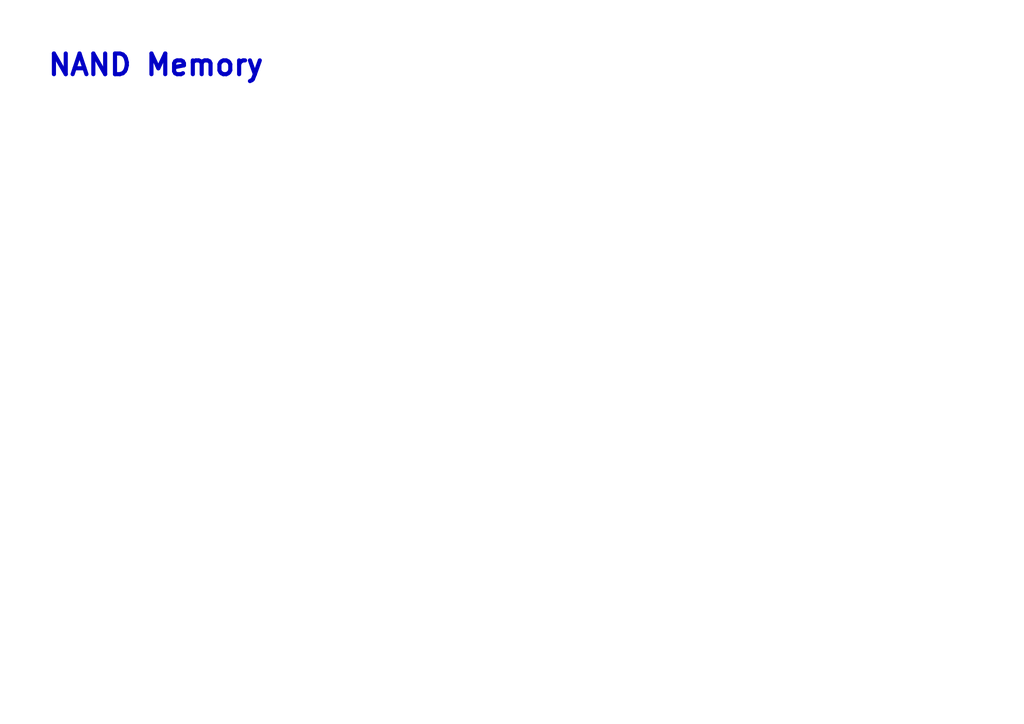
<source format=kicad_sch>
(kicad_sch
	(version 20231120)
	(generator "eeschema")
	(generator_version "8.0")
	(uuid "1cf2e9bc-b77f-4fff-be21-be6091ee6f7b")
	(paper "A4")
	(title_block
		(title "NAND Memory")
		(date "2024-11-09")
		(company "GAUL")
	)
	(lib_symbols)
	(text "NAND Memory"
		(exclude_from_sim no)
		(at 45.212 19.05 0)
		(effects
			(font
				(size 6 6)
				(thickness 1.2)
				(bold yes)
			)
		)
		(uuid "1dfa84c9-703b-4655-bd16-bd34d9f2d634")
	)
)

</source>
